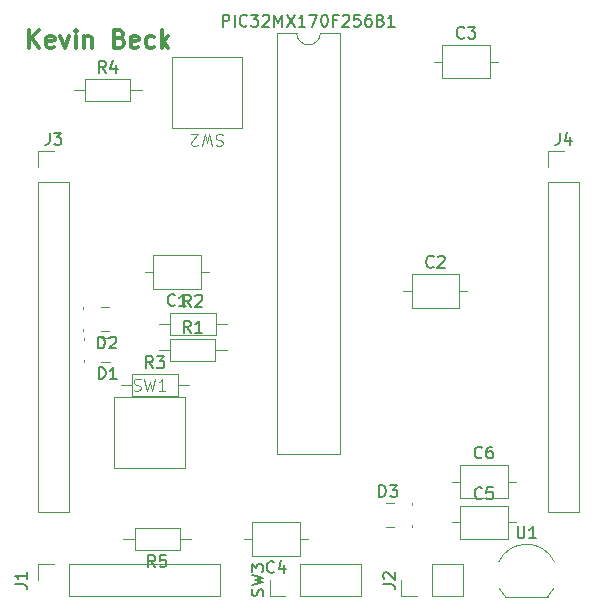
<source format=gbr>
%TF.GenerationSoftware,KiCad,Pcbnew,7.0.1*%
%TF.CreationDate,2023-04-20T16:33:22-05:00*%
%TF.ProjectId,pic32mx,70696333-326d-4782-9e6b-696361645f70,rev?*%
%TF.SameCoordinates,Original*%
%TF.FileFunction,Legend,Top*%
%TF.FilePolarity,Positive*%
%FSLAX46Y46*%
G04 Gerber Fmt 4.6, Leading zero omitted, Abs format (unit mm)*
G04 Created by KiCad (PCBNEW 7.0.1) date 2023-04-20 16:33:22*
%MOMM*%
%LPD*%
G01*
G04 APERTURE LIST*
%ADD10C,0.300000*%
%ADD11C,0.150000*%
%ADD12C,0.100000*%
%ADD13C,0.120000*%
G04 APERTURE END LIST*
D10*
X101357142Y-52416428D02*
X101357142Y-50916428D01*
X102214285Y-52416428D02*
X101571428Y-51559285D01*
X102214285Y-50916428D02*
X101357142Y-51773571D01*
X103428571Y-52345000D02*
X103285714Y-52416428D01*
X103285714Y-52416428D02*
X103000000Y-52416428D01*
X103000000Y-52416428D02*
X102857142Y-52345000D01*
X102857142Y-52345000D02*
X102785714Y-52202142D01*
X102785714Y-52202142D02*
X102785714Y-51630714D01*
X102785714Y-51630714D02*
X102857142Y-51487857D01*
X102857142Y-51487857D02*
X103000000Y-51416428D01*
X103000000Y-51416428D02*
X103285714Y-51416428D01*
X103285714Y-51416428D02*
X103428571Y-51487857D01*
X103428571Y-51487857D02*
X103500000Y-51630714D01*
X103500000Y-51630714D02*
X103500000Y-51773571D01*
X103500000Y-51773571D02*
X102785714Y-51916428D01*
X103999999Y-51416428D02*
X104357142Y-52416428D01*
X104357142Y-52416428D02*
X104714285Y-51416428D01*
X105285713Y-52416428D02*
X105285713Y-51416428D01*
X105285713Y-50916428D02*
X105214285Y-50987857D01*
X105214285Y-50987857D02*
X105285713Y-51059285D01*
X105285713Y-51059285D02*
X105357142Y-50987857D01*
X105357142Y-50987857D02*
X105285713Y-50916428D01*
X105285713Y-50916428D02*
X105285713Y-51059285D01*
X105999999Y-51416428D02*
X105999999Y-52416428D01*
X105999999Y-51559285D02*
X106071428Y-51487857D01*
X106071428Y-51487857D02*
X106214285Y-51416428D01*
X106214285Y-51416428D02*
X106428571Y-51416428D01*
X106428571Y-51416428D02*
X106571428Y-51487857D01*
X106571428Y-51487857D02*
X106642857Y-51630714D01*
X106642857Y-51630714D02*
X106642857Y-52416428D01*
X108999999Y-51630714D02*
X109214285Y-51702142D01*
X109214285Y-51702142D02*
X109285714Y-51773571D01*
X109285714Y-51773571D02*
X109357142Y-51916428D01*
X109357142Y-51916428D02*
X109357142Y-52130714D01*
X109357142Y-52130714D02*
X109285714Y-52273571D01*
X109285714Y-52273571D02*
X109214285Y-52345000D01*
X109214285Y-52345000D02*
X109071428Y-52416428D01*
X109071428Y-52416428D02*
X108499999Y-52416428D01*
X108499999Y-52416428D02*
X108499999Y-50916428D01*
X108499999Y-50916428D02*
X108999999Y-50916428D01*
X108999999Y-50916428D02*
X109142857Y-50987857D01*
X109142857Y-50987857D02*
X109214285Y-51059285D01*
X109214285Y-51059285D02*
X109285714Y-51202142D01*
X109285714Y-51202142D02*
X109285714Y-51345000D01*
X109285714Y-51345000D02*
X109214285Y-51487857D01*
X109214285Y-51487857D02*
X109142857Y-51559285D01*
X109142857Y-51559285D02*
X108999999Y-51630714D01*
X108999999Y-51630714D02*
X108499999Y-51630714D01*
X110571428Y-52345000D02*
X110428571Y-52416428D01*
X110428571Y-52416428D02*
X110142857Y-52416428D01*
X110142857Y-52416428D02*
X109999999Y-52345000D01*
X109999999Y-52345000D02*
X109928571Y-52202142D01*
X109928571Y-52202142D02*
X109928571Y-51630714D01*
X109928571Y-51630714D02*
X109999999Y-51487857D01*
X109999999Y-51487857D02*
X110142857Y-51416428D01*
X110142857Y-51416428D02*
X110428571Y-51416428D01*
X110428571Y-51416428D02*
X110571428Y-51487857D01*
X110571428Y-51487857D02*
X110642857Y-51630714D01*
X110642857Y-51630714D02*
X110642857Y-51773571D01*
X110642857Y-51773571D02*
X109928571Y-51916428D01*
X111928571Y-52345000D02*
X111785713Y-52416428D01*
X111785713Y-52416428D02*
X111499999Y-52416428D01*
X111499999Y-52416428D02*
X111357142Y-52345000D01*
X111357142Y-52345000D02*
X111285713Y-52273571D01*
X111285713Y-52273571D02*
X111214285Y-52130714D01*
X111214285Y-52130714D02*
X111214285Y-51702142D01*
X111214285Y-51702142D02*
X111285713Y-51559285D01*
X111285713Y-51559285D02*
X111357142Y-51487857D01*
X111357142Y-51487857D02*
X111499999Y-51416428D01*
X111499999Y-51416428D02*
X111785713Y-51416428D01*
X111785713Y-51416428D02*
X111928571Y-51487857D01*
X112571427Y-52416428D02*
X112571427Y-50916428D01*
X112714285Y-51845000D02*
X113142856Y-52416428D01*
X113142856Y-51416428D02*
X112571427Y-51987857D01*
D11*
%TO.C,J4*%
X146256666Y-59632619D02*
X146256666Y-60346904D01*
X146256666Y-60346904D02*
X146209047Y-60489761D01*
X146209047Y-60489761D02*
X146113809Y-60585000D01*
X146113809Y-60585000D02*
X145970952Y-60632619D01*
X145970952Y-60632619D02*
X145875714Y-60632619D01*
X147161428Y-59965952D02*
X147161428Y-60632619D01*
X146923333Y-59585000D02*
X146685238Y-60299285D01*
X146685238Y-60299285D02*
X147304285Y-60299285D01*
%TO.C,R2*%
X115043333Y-74342619D02*
X114710000Y-73866428D01*
X114471905Y-74342619D02*
X114471905Y-73342619D01*
X114471905Y-73342619D02*
X114852857Y-73342619D01*
X114852857Y-73342619D02*
X114948095Y-73390238D01*
X114948095Y-73390238D02*
X114995714Y-73437857D01*
X114995714Y-73437857D02*
X115043333Y-73533095D01*
X115043333Y-73533095D02*
X115043333Y-73675952D01*
X115043333Y-73675952D02*
X114995714Y-73771190D01*
X114995714Y-73771190D02*
X114948095Y-73818809D01*
X114948095Y-73818809D02*
X114852857Y-73866428D01*
X114852857Y-73866428D02*
X114471905Y-73866428D01*
X115424286Y-73437857D02*
X115471905Y-73390238D01*
X115471905Y-73390238D02*
X115567143Y-73342619D01*
X115567143Y-73342619D02*
X115805238Y-73342619D01*
X115805238Y-73342619D02*
X115900476Y-73390238D01*
X115900476Y-73390238D02*
X115948095Y-73437857D01*
X115948095Y-73437857D02*
X115995714Y-73533095D01*
X115995714Y-73533095D02*
X115995714Y-73628333D01*
X115995714Y-73628333D02*
X115948095Y-73771190D01*
X115948095Y-73771190D02*
X115376667Y-74342619D01*
X115376667Y-74342619D02*
X115995714Y-74342619D01*
%TO.C,R1*%
X115023333Y-76542619D02*
X114690000Y-76066428D01*
X114451905Y-76542619D02*
X114451905Y-75542619D01*
X114451905Y-75542619D02*
X114832857Y-75542619D01*
X114832857Y-75542619D02*
X114928095Y-75590238D01*
X114928095Y-75590238D02*
X114975714Y-75637857D01*
X114975714Y-75637857D02*
X115023333Y-75733095D01*
X115023333Y-75733095D02*
X115023333Y-75875952D01*
X115023333Y-75875952D02*
X114975714Y-75971190D01*
X114975714Y-75971190D02*
X114928095Y-76018809D01*
X114928095Y-76018809D02*
X114832857Y-76066428D01*
X114832857Y-76066428D02*
X114451905Y-76066428D01*
X115975714Y-76542619D02*
X115404286Y-76542619D01*
X115690000Y-76542619D02*
X115690000Y-75542619D01*
X115690000Y-75542619D02*
X115594762Y-75685476D01*
X115594762Y-75685476D02*
X115499524Y-75780714D01*
X115499524Y-75780714D02*
X115404286Y-75828333D01*
D12*
%TO.C,SW1*%
X110206667Y-81415000D02*
X110349524Y-81462619D01*
X110349524Y-81462619D02*
X110587619Y-81462619D01*
X110587619Y-81462619D02*
X110682857Y-81415000D01*
X110682857Y-81415000D02*
X110730476Y-81367380D01*
X110730476Y-81367380D02*
X110778095Y-81272142D01*
X110778095Y-81272142D02*
X110778095Y-81176904D01*
X110778095Y-81176904D02*
X110730476Y-81081666D01*
X110730476Y-81081666D02*
X110682857Y-81034047D01*
X110682857Y-81034047D02*
X110587619Y-80986428D01*
X110587619Y-80986428D02*
X110397143Y-80938809D01*
X110397143Y-80938809D02*
X110301905Y-80891190D01*
X110301905Y-80891190D02*
X110254286Y-80843571D01*
X110254286Y-80843571D02*
X110206667Y-80748333D01*
X110206667Y-80748333D02*
X110206667Y-80653095D01*
X110206667Y-80653095D02*
X110254286Y-80557857D01*
X110254286Y-80557857D02*
X110301905Y-80510238D01*
X110301905Y-80510238D02*
X110397143Y-80462619D01*
X110397143Y-80462619D02*
X110635238Y-80462619D01*
X110635238Y-80462619D02*
X110778095Y-80510238D01*
X111111429Y-80462619D02*
X111349524Y-81462619D01*
X111349524Y-81462619D02*
X111540000Y-80748333D01*
X111540000Y-80748333D02*
X111730476Y-81462619D01*
X111730476Y-81462619D02*
X111968572Y-80462619D01*
X112873333Y-81462619D02*
X112301905Y-81462619D01*
X112587619Y-81462619D02*
X112587619Y-80462619D01*
X112587619Y-80462619D02*
X112492381Y-80605476D01*
X112492381Y-80605476D02*
X112397143Y-80700714D01*
X112397143Y-80700714D02*
X112301905Y-80748333D01*
D11*
%TO.C,R3*%
X111833333Y-79542619D02*
X111500000Y-79066428D01*
X111261905Y-79542619D02*
X111261905Y-78542619D01*
X111261905Y-78542619D02*
X111642857Y-78542619D01*
X111642857Y-78542619D02*
X111738095Y-78590238D01*
X111738095Y-78590238D02*
X111785714Y-78637857D01*
X111785714Y-78637857D02*
X111833333Y-78733095D01*
X111833333Y-78733095D02*
X111833333Y-78875952D01*
X111833333Y-78875952D02*
X111785714Y-78971190D01*
X111785714Y-78971190D02*
X111738095Y-79018809D01*
X111738095Y-79018809D02*
X111642857Y-79066428D01*
X111642857Y-79066428D02*
X111261905Y-79066428D01*
X112166667Y-78542619D02*
X112785714Y-78542619D01*
X112785714Y-78542619D02*
X112452381Y-78923571D01*
X112452381Y-78923571D02*
X112595238Y-78923571D01*
X112595238Y-78923571D02*
X112690476Y-78971190D01*
X112690476Y-78971190D02*
X112738095Y-79018809D01*
X112738095Y-79018809D02*
X112785714Y-79114047D01*
X112785714Y-79114047D02*
X112785714Y-79352142D01*
X112785714Y-79352142D02*
X112738095Y-79447380D01*
X112738095Y-79447380D02*
X112690476Y-79495000D01*
X112690476Y-79495000D02*
X112595238Y-79542619D01*
X112595238Y-79542619D02*
X112309524Y-79542619D01*
X112309524Y-79542619D02*
X112214286Y-79495000D01*
X112214286Y-79495000D02*
X112166667Y-79447380D01*
%TO.C,J1*%
X100152619Y-97833333D02*
X100866904Y-97833333D01*
X100866904Y-97833333D02*
X101009761Y-97880952D01*
X101009761Y-97880952D02*
X101105000Y-97976190D01*
X101105000Y-97976190D02*
X101152619Y-98119047D01*
X101152619Y-98119047D02*
X101152619Y-98214285D01*
X101152619Y-96833333D02*
X101152619Y-97404761D01*
X101152619Y-97119047D02*
X100152619Y-97119047D01*
X100152619Y-97119047D02*
X100295476Y-97214285D01*
X100295476Y-97214285D02*
X100390714Y-97309523D01*
X100390714Y-97309523D02*
X100438333Y-97404761D01*
D12*
%TO.C,SW2*%
X117733332Y-59785000D02*
X117590475Y-59737380D01*
X117590475Y-59737380D02*
X117352380Y-59737380D01*
X117352380Y-59737380D02*
X117257142Y-59785000D01*
X117257142Y-59785000D02*
X117209523Y-59832619D01*
X117209523Y-59832619D02*
X117161904Y-59927857D01*
X117161904Y-59927857D02*
X117161904Y-60023095D01*
X117161904Y-60023095D02*
X117209523Y-60118333D01*
X117209523Y-60118333D02*
X117257142Y-60165952D01*
X117257142Y-60165952D02*
X117352380Y-60213571D01*
X117352380Y-60213571D02*
X117542856Y-60261190D01*
X117542856Y-60261190D02*
X117638094Y-60308809D01*
X117638094Y-60308809D02*
X117685713Y-60356428D01*
X117685713Y-60356428D02*
X117733332Y-60451666D01*
X117733332Y-60451666D02*
X117733332Y-60546904D01*
X117733332Y-60546904D02*
X117685713Y-60642142D01*
X117685713Y-60642142D02*
X117638094Y-60689761D01*
X117638094Y-60689761D02*
X117542856Y-60737380D01*
X117542856Y-60737380D02*
X117304761Y-60737380D01*
X117304761Y-60737380D02*
X117161904Y-60689761D01*
X116828570Y-60737380D02*
X116590475Y-59737380D01*
X116590475Y-59737380D02*
X116399999Y-60451666D01*
X116399999Y-60451666D02*
X116209523Y-59737380D01*
X116209523Y-59737380D02*
X115971428Y-60737380D01*
X115638094Y-60642142D02*
X115590475Y-60689761D01*
X115590475Y-60689761D02*
X115495237Y-60737380D01*
X115495237Y-60737380D02*
X115257142Y-60737380D01*
X115257142Y-60737380D02*
X115161904Y-60689761D01*
X115161904Y-60689761D02*
X115114285Y-60642142D01*
X115114285Y-60642142D02*
X115066666Y-60546904D01*
X115066666Y-60546904D02*
X115066666Y-60451666D01*
X115066666Y-60451666D02*
X115114285Y-60308809D01*
X115114285Y-60308809D02*
X115685713Y-59737380D01*
X115685713Y-59737380D02*
X115066666Y-59737380D01*
D11*
%TO.C,C4*%
X122083333Y-96787380D02*
X122035714Y-96835000D01*
X122035714Y-96835000D02*
X121892857Y-96882619D01*
X121892857Y-96882619D02*
X121797619Y-96882619D01*
X121797619Y-96882619D02*
X121654762Y-96835000D01*
X121654762Y-96835000D02*
X121559524Y-96739761D01*
X121559524Y-96739761D02*
X121511905Y-96644523D01*
X121511905Y-96644523D02*
X121464286Y-96454047D01*
X121464286Y-96454047D02*
X121464286Y-96311190D01*
X121464286Y-96311190D02*
X121511905Y-96120714D01*
X121511905Y-96120714D02*
X121559524Y-96025476D01*
X121559524Y-96025476D02*
X121654762Y-95930238D01*
X121654762Y-95930238D02*
X121797619Y-95882619D01*
X121797619Y-95882619D02*
X121892857Y-95882619D01*
X121892857Y-95882619D02*
X122035714Y-95930238D01*
X122035714Y-95930238D02*
X122083333Y-95977857D01*
X122940476Y-96215952D02*
X122940476Y-96882619D01*
X122702381Y-95835000D02*
X122464286Y-96549285D01*
X122464286Y-96549285D02*
X123083333Y-96549285D01*
%TO.C,J2*%
X131307619Y-97833333D02*
X132021904Y-97833333D01*
X132021904Y-97833333D02*
X132164761Y-97880952D01*
X132164761Y-97880952D02*
X132260000Y-97976190D01*
X132260000Y-97976190D02*
X132307619Y-98119047D01*
X132307619Y-98119047D02*
X132307619Y-98214285D01*
X131402857Y-97404761D02*
X131355238Y-97357142D01*
X131355238Y-97357142D02*
X131307619Y-97261904D01*
X131307619Y-97261904D02*
X131307619Y-97023809D01*
X131307619Y-97023809D02*
X131355238Y-96928571D01*
X131355238Y-96928571D02*
X131402857Y-96880952D01*
X131402857Y-96880952D02*
X131498095Y-96833333D01*
X131498095Y-96833333D02*
X131593333Y-96833333D01*
X131593333Y-96833333D02*
X131736190Y-96880952D01*
X131736190Y-96880952D02*
X132307619Y-97452380D01*
X132307619Y-97452380D02*
X132307619Y-96833333D01*
%TO.C,D3*%
X130991905Y-90452619D02*
X130991905Y-89452619D01*
X130991905Y-89452619D02*
X131230000Y-89452619D01*
X131230000Y-89452619D02*
X131372857Y-89500238D01*
X131372857Y-89500238D02*
X131468095Y-89595476D01*
X131468095Y-89595476D02*
X131515714Y-89690714D01*
X131515714Y-89690714D02*
X131563333Y-89881190D01*
X131563333Y-89881190D02*
X131563333Y-90024047D01*
X131563333Y-90024047D02*
X131515714Y-90214523D01*
X131515714Y-90214523D02*
X131468095Y-90309761D01*
X131468095Y-90309761D02*
X131372857Y-90405000D01*
X131372857Y-90405000D02*
X131230000Y-90452619D01*
X131230000Y-90452619D02*
X130991905Y-90452619D01*
X131896667Y-89452619D02*
X132515714Y-89452619D01*
X132515714Y-89452619D02*
X132182381Y-89833571D01*
X132182381Y-89833571D02*
X132325238Y-89833571D01*
X132325238Y-89833571D02*
X132420476Y-89881190D01*
X132420476Y-89881190D02*
X132468095Y-89928809D01*
X132468095Y-89928809D02*
X132515714Y-90024047D01*
X132515714Y-90024047D02*
X132515714Y-90262142D01*
X132515714Y-90262142D02*
X132468095Y-90357380D01*
X132468095Y-90357380D02*
X132420476Y-90405000D01*
X132420476Y-90405000D02*
X132325238Y-90452619D01*
X132325238Y-90452619D02*
X132039524Y-90452619D01*
X132039524Y-90452619D02*
X131944286Y-90405000D01*
X131944286Y-90405000D02*
X131896667Y-90357380D01*
%TO.C,C3*%
X138183333Y-51547380D02*
X138135714Y-51595000D01*
X138135714Y-51595000D02*
X137992857Y-51642619D01*
X137992857Y-51642619D02*
X137897619Y-51642619D01*
X137897619Y-51642619D02*
X137754762Y-51595000D01*
X137754762Y-51595000D02*
X137659524Y-51499761D01*
X137659524Y-51499761D02*
X137611905Y-51404523D01*
X137611905Y-51404523D02*
X137564286Y-51214047D01*
X137564286Y-51214047D02*
X137564286Y-51071190D01*
X137564286Y-51071190D02*
X137611905Y-50880714D01*
X137611905Y-50880714D02*
X137659524Y-50785476D01*
X137659524Y-50785476D02*
X137754762Y-50690238D01*
X137754762Y-50690238D02*
X137897619Y-50642619D01*
X137897619Y-50642619D02*
X137992857Y-50642619D01*
X137992857Y-50642619D02*
X138135714Y-50690238D01*
X138135714Y-50690238D02*
X138183333Y-50737857D01*
X138516667Y-50642619D02*
X139135714Y-50642619D01*
X139135714Y-50642619D02*
X138802381Y-51023571D01*
X138802381Y-51023571D02*
X138945238Y-51023571D01*
X138945238Y-51023571D02*
X139040476Y-51071190D01*
X139040476Y-51071190D02*
X139088095Y-51118809D01*
X139088095Y-51118809D02*
X139135714Y-51214047D01*
X139135714Y-51214047D02*
X139135714Y-51452142D01*
X139135714Y-51452142D02*
X139088095Y-51547380D01*
X139088095Y-51547380D02*
X139040476Y-51595000D01*
X139040476Y-51595000D02*
X138945238Y-51642619D01*
X138945238Y-51642619D02*
X138659524Y-51642619D01*
X138659524Y-51642619D02*
X138564286Y-51595000D01*
X138564286Y-51595000D02*
X138516667Y-51547380D01*
%TO.C,C1*%
X113683333Y-74187380D02*
X113635714Y-74235000D01*
X113635714Y-74235000D02*
X113492857Y-74282619D01*
X113492857Y-74282619D02*
X113397619Y-74282619D01*
X113397619Y-74282619D02*
X113254762Y-74235000D01*
X113254762Y-74235000D02*
X113159524Y-74139761D01*
X113159524Y-74139761D02*
X113111905Y-74044523D01*
X113111905Y-74044523D02*
X113064286Y-73854047D01*
X113064286Y-73854047D02*
X113064286Y-73711190D01*
X113064286Y-73711190D02*
X113111905Y-73520714D01*
X113111905Y-73520714D02*
X113159524Y-73425476D01*
X113159524Y-73425476D02*
X113254762Y-73330238D01*
X113254762Y-73330238D02*
X113397619Y-73282619D01*
X113397619Y-73282619D02*
X113492857Y-73282619D01*
X113492857Y-73282619D02*
X113635714Y-73330238D01*
X113635714Y-73330238D02*
X113683333Y-73377857D01*
X114635714Y-74282619D02*
X114064286Y-74282619D01*
X114350000Y-74282619D02*
X114350000Y-73282619D01*
X114350000Y-73282619D02*
X114254762Y-73425476D01*
X114254762Y-73425476D02*
X114159524Y-73520714D01*
X114159524Y-73520714D02*
X114064286Y-73568333D01*
%TO.C,SW3*%
X121135000Y-98833332D02*
X121182619Y-98690475D01*
X121182619Y-98690475D02*
X121182619Y-98452380D01*
X121182619Y-98452380D02*
X121135000Y-98357142D01*
X121135000Y-98357142D02*
X121087380Y-98309523D01*
X121087380Y-98309523D02*
X120992142Y-98261904D01*
X120992142Y-98261904D02*
X120896904Y-98261904D01*
X120896904Y-98261904D02*
X120801666Y-98309523D01*
X120801666Y-98309523D02*
X120754047Y-98357142D01*
X120754047Y-98357142D02*
X120706428Y-98452380D01*
X120706428Y-98452380D02*
X120658809Y-98642856D01*
X120658809Y-98642856D02*
X120611190Y-98738094D01*
X120611190Y-98738094D02*
X120563571Y-98785713D01*
X120563571Y-98785713D02*
X120468333Y-98833332D01*
X120468333Y-98833332D02*
X120373095Y-98833332D01*
X120373095Y-98833332D02*
X120277857Y-98785713D01*
X120277857Y-98785713D02*
X120230238Y-98738094D01*
X120230238Y-98738094D02*
X120182619Y-98642856D01*
X120182619Y-98642856D02*
X120182619Y-98404761D01*
X120182619Y-98404761D02*
X120230238Y-98261904D01*
X120182619Y-97928570D02*
X121182619Y-97690475D01*
X121182619Y-97690475D02*
X120468333Y-97499999D01*
X120468333Y-97499999D02*
X121182619Y-97309523D01*
X121182619Y-97309523D02*
X120182619Y-97071428D01*
X120182619Y-96785713D02*
X120182619Y-96166666D01*
X120182619Y-96166666D02*
X120563571Y-96499999D01*
X120563571Y-96499999D02*
X120563571Y-96357142D01*
X120563571Y-96357142D02*
X120611190Y-96261904D01*
X120611190Y-96261904D02*
X120658809Y-96214285D01*
X120658809Y-96214285D02*
X120754047Y-96166666D01*
X120754047Y-96166666D02*
X120992142Y-96166666D01*
X120992142Y-96166666D02*
X121087380Y-96214285D01*
X121087380Y-96214285D02*
X121135000Y-96261904D01*
X121135000Y-96261904D02*
X121182619Y-96357142D01*
X121182619Y-96357142D02*
X121182619Y-96642856D01*
X121182619Y-96642856D02*
X121135000Y-96738094D01*
X121135000Y-96738094D02*
X121087380Y-96785713D01*
%TO.C,D1*%
X107241905Y-80472619D02*
X107241905Y-79472619D01*
X107241905Y-79472619D02*
X107480000Y-79472619D01*
X107480000Y-79472619D02*
X107622857Y-79520238D01*
X107622857Y-79520238D02*
X107718095Y-79615476D01*
X107718095Y-79615476D02*
X107765714Y-79710714D01*
X107765714Y-79710714D02*
X107813333Y-79901190D01*
X107813333Y-79901190D02*
X107813333Y-80044047D01*
X107813333Y-80044047D02*
X107765714Y-80234523D01*
X107765714Y-80234523D02*
X107718095Y-80329761D01*
X107718095Y-80329761D02*
X107622857Y-80425000D01*
X107622857Y-80425000D02*
X107480000Y-80472619D01*
X107480000Y-80472619D02*
X107241905Y-80472619D01*
X108765714Y-80472619D02*
X108194286Y-80472619D01*
X108480000Y-80472619D02*
X108480000Y-79472619D01*
X108480000Y-79472619D02*
X108384762Y-79615476D01*
X108384762Y-79615476D02*
X108289524Y-79710714D01*
X108289524Y-79710714D02*
X108194286Y-79758333D01*
%TO.C,J3*%
X103076666Y-59632619D02*
X103076666Y-60346904D01*
X103076666Y-60346904D02*
X103029047Y-60489761D01*
X103029047Y-60489761D02*
X102933809Y-60585000D01*
X102933809Y-60585000D02*
X102790952Y-60632619D01*
X102790952Y-60632619D02*
X102695714Y-60632619D01*
X103457619Y-59632619D02*
X104076666Y-59632619D01*
X104076666Y-59632619D02*
X103743333Y-60013571D01*
X103743333Y-60013571D02*
X103886190Y-60013571D01*
X103886190Y-60013571D02*
X103981428Y-60061190D01*
X103981428Y-60061190D02*
X104029047Y-60108809D01*
X104029047Y-60108809D02*
X104076666Y-60204047D01*
X104076666Y-60204047D02*
X104076666Y-60442142D01*
X104076666Y-60442142D02*
X104029047Y-60537380D01*
X104029047Y-60537380D02*
X103981428Y-60585000D01*
X103981428Y-60585000D02*
X103886190Y-60632619D01*
X103886190Y-60632619D02*
X103600476Y-60632619D01*
X103600476Y-60632619D02*
X103505238Y-60585000D01*
X103505238Y-60585000D02*
X103457619Y-60537380D01*
%TO.C,C6*%
X139683333Y-87097380D02*
X139635714Y-87145000D01*
X139635714Y-87145000D02*
X139492857Y-87192619D01*
X139492857Y-87192619D02*
X139397619Y-87192619D01*
X139397619Y-87192619D02*
X139254762Y-87145000D01*
X139254762Y-87145000D02*
X139159524Y-87049761D01*
X139159524Y-87049761D02*
X139111905Y-86954523D01*
X139111905Y-86954523D02*
X139064286Y-86764047D01*
X139064286Y-86764047D02*
X139064286Y-86621190D01*
X139064286Y-86621190D02*
X139111905Y-86430714D01*
X139111905Y-86430714D02*
X139159524Y-86335476D01*
X139159524Y-86335476D02*
X139254762Y-86240238D01*
X139254762Y-86240238D02*
X139397619Y-86192619D01*
X139397619Y-86192619D02*
X139492857Y-86192619D01*
X139492857Y-86192619D02*
X139635714Y-86240238D01*
X139635714Y-86240238D02*
X139683333Y-86287857D01*
X140540476Y-86192619D02*
X140350000Y-86192619D01*
X140350000Y-86192619D02*
X140254762Y-86240238D01*
X140254762Y-86240238D02*
X140207143Y-86287857D01*
X140207143Y-86287857D02*
X140111905Y-86430714D01*
X140111905Y-86430714D02*
X140064286Y-86621190D01*
X140064286Y-86621190D02*
X140064286Y-87002142D01*
X140064286Y-87002142D02*
X140111905Y-87097380D01*
X140111905Y-87097380D02*
X140159524Y-87145000D01*
X140159524Y-87145000D02*
X140254762Y-87192619D01*
X140254762Y-87192619D02*
X140445238Y-87192619D01*
X140445238Y-87192619D02*
X140540476Y-87145000D01*
X140540476Y-87145000D02*
X140588095Y-87097380D01*
X140588095Y-87097380D02*
X140635714Y-87002142D01*
X140635714Y-87002142D02*
X140635714Y-86764047D01*
X140635714Y-86764047D02*
X140588095Y-86668809D01*
X140588095Y-86668809D02*
X140540476Y-86621190D01*
X140540476Y-86621190D02*
X140445238Y-86573571D01*
X140445238Y-86573571D02*
X140254762Y-86573571D01*
X140254762Y-86573571D02*
X140159524Y-86621190D01*
X140159524Y-86621190D02*
X140111905Y-86668809D01*
X140111905Y-86668809D02*
X140064286Y-86764047D01*
%TO.C,C5*%
X139683333Y-90547380D02*
X139635714Y-90595000D01*
X139635714Y-90595000D02*
X139492857Y-90642619D01*
X139492857Y-90642619D02*
X139397619Y-90642619D01*
X139397619Y-90642619D02*
X139254762Y-90595000D01*
X139254762Y-90595000D02*
X139159524Y-90499761D01*
X139159524Y-90499761D02*
X139111905Y-90404523D01*
X139111905Y-90404523D02*
X139064286Y-90214047D01*
X139064286Y-90214047D02*
X139064286Y-90071190D01*
X139064286Y-90071190D02*
X139111905Y-89880714D01*
X139111905Y-89880714D02*
X139159524Y-89785476D01*
X139159524Y-89785476D02*
X139254762Y-89690238D01*
X139254762Y-89690238D02*
X139397619Y-89642619D01*
X139397619Y-89642619D02*
X139492857Y-89642619D01*
X139492857Y-89642619D02*
X139635714Y-89690238D01*
X139635714Y-89690238D02*
X139683333Y-89737857D01*
X140588095Y-89642619D02*
X140111905Y-89642619D01*
X140111905Y-89642619D02*
X140064286Y-90118809D01*
X140064286Y-90118809D02*
X140111905Y-90071190D01*
X140111905Y-90071190D02*
X140207143Y-90023571D01*
X140207143Y-90023571D02*
X140445238Y-90023571D01*
X140445238Y-90023571D02*
X140540476Y-90071190D01*
X140540476Y-90071190D02*
X140588095Y-90118809D01*
X140588095Y-90118809D02*
X140635714Y-90214047D01*
X140635714Y-90214047D02*
X140635714Y-90452142D01*
X140635714Y-90452142D02*
X140588095Y-90547380D01*
X140588095Y-90547380D02*
X140540476Y-90595000D01*
X140540476Y-90595000D02*
X140445238Y-90642619D01*
X140445238Y-90642619D02*
X140207143Y-90642619D01*
X140207143Y-90642619D02*
X140111905Y-90595000D01*
X140111905Y-90595000D02*
X140064286Y-90547380D01*
%TO.C,R5*%
X112023333Y-96382619D02*
X111690000Y-95906428D01*
X111451905Y-96382619D02*
X111451905Y-95382619D01*
X111451905Y-95382619D02*
X111832857Y-95382619D01*
X111832857Y-95382619D02*
X111928095Y-95430238D01*
X111928095Y-95430238D02*
X111975714Y-95477857D01*
X111975714Y-95477857D02*
X112023333Y-95573095D01*
X112023333Y-95573095D02*
X112023333Y-95715952D01*
X112023333Y-95715952D02*
X111975714Y-95811190D01*
X111975714Y-95811190D02*
X111928095Y-95858809D01*
X111928095Y-95858809D02*
X111832857Y-95906428D01*
X111832857Y-95906428D02*
X111451905Y-95906428D01*
X112928095Y-95382619D02*
X112451905Y-95382619D01*
X112451905Y-95382619D02*
X112404286Y-95858809D01*
X112404286Y-95858809D02*
X112451905Y-95811190D01*
X112451905Y-95811190D02*
X112547143Y-95763571D01*
X112547143Y-95763571D02*
X112785238Y-95763571D01*
X112785238Y-95763571D02*
X112880476Y-95811190D01*
X112880476Y-95811190D02*
X112928095Y-95858809D01*
X112928095Y-95858809D02*
X112975714Y-95954047D01*
X112975714Y-95954047D02*
X112975714Y-96192142D01*
X112975714Y-96192142D02*
X112928095Y-96287380D01*
X112928095Y-96287380D02*
X112880476Y-96335000D01*
X112880476Y-96335000D02*
X112785238Y-96382619D01*
X112785238Y-96382619D02*
X112547143Y-96382619D01*
X112547143Y-96382619D02*
X112451905Y-96335000D01*
X112451905Y-96335000D02*
X112404286Y-96287380D01*
%TO.C,D2*%
X107191905Y-77872619D02*
X107191905Y-76872619D01*
X107191905Y-76872619D02*
X107430000Y-76872619D01*
X107430000Y-76872619D02*
X107572857Y-76920238D01*
X107572857Y-76920238D02*
X107668095Y-77015476D01*
X107668095Y-77015476D02*
X107715714Y-77110714D01*
X107715714Y-77110714D02*
X107763333Y-77301190D01*
X107763333Y-77301190D02*
X107763333Y-77444047D01*
X107763333Y-77444047D02*
X107715714Y-77634523D01*
X107715714Y-77634523D02*
X107668095Y-77729761D01*
X107668095Y-77729761D02*
X107572857Y-77825000D01*
X107572857Y-77825000D02*
X107430000Y-77872619D01*
X107430000Y-77872619D02*
X107191905Y-77872619D01*
X108144286Y-76967857D02*
X108191905Y-76920238D01*
X108191905Y-76920238D02*
X108287143Y-76872619D01*
X108287143Y-76872619D02*
X108525238Y-76872619D01*
X108525238Y-76872619D02*
X108620476Y-76920238D01*
X108620476Y-76920238D02*
X108668095Y-76967857D01*
X108668095Y-76967857D02*
X108715714Y-77063095D01*
X108715714Y-77063095D02*
X108715714Y-77158333D01*
X108715714Y-77158333D02*
X108668095Y-77301190D01*
X108668095Y-77301190D02*
X108096667Y-77872619D01*
X108096667Y-77872619D02*
X108715714Y-77872619D01*
%TO.C,PIC32MX170F256B1*%
X117738095Y-50632619D02*
X117738095Y-49632619D01*
X117738095Y-49632619D02*
X118119047Y-49632619D01*
X118119047Y-49632619D02*
X118214285Y-49680238D01*
X118214285Y-49680238D02*
X118261904Y-49727857D01*
X118261904Y-49727857D02*
X118309523Y-49823095D01*
X118309523Y-49823095D02*
X118309523Y-49965952D01*
X118309523Y-49965952D02*
X118261904Y-50061190D01*
X118261904Y-50061190D02*
X118214285Y-50108809D01*
X118214285Y-50108809D02*
X118119047Y-50156428D01*
X118119047Y-50156428D02*
X117738095Y-50156428D01*
X118738095Y-50632619D02*
X118738095Y-49632619D01*
X119785713Y-50537380D02*
X119738094Y-50585000D01*
X119738094Y-50585000D02*
X119595237Y-50632619D01*
X119595237Y-50632619D02*
X119499999Y-50632619D01*
X119499999Y-50632619D02*
X119357142Y-50585000D01*
X119357142Y-50585000D02*
X119261904Y-50489761D01*
X119261904Y-50489761D02*
X119214285Y-50394523D01*
X119214285Y-50394523D02*
X119166666Y-50204047D01*
X119166666Y-50204047D02*
X119166666Y-50061190D01*
X119166666Y-50061190D02*
X119214285Y-49870714D01*
X119214285Y-49870714D02*
X119261904Y-49775476D01*
X119261904Y-49775476D02*
X119357142Y-49680238D01*
X119357142Y-49680238D02*
X119499999Y-49632619D01*
X119499999Y-49632619D02*
X119595237Y-49632619D01*
X119595237Y-49632619D02*
X119738094Y-49680238D01*
X119738094Y-49680238D02*
X119785713Y-49727857D01*
X120119047Y-49632619D02*
X120738094Y-49632619D01*
X120738094Y-49632619D02*
X120404761Y-50013571D01*
X120404761Y-50013571D02*
X120547618Y-50013571D01*
X120547618Y-50013571D02*
X120642856Y-50061190D01*
X120642856Y-50061190D02*
X120690475Y-50108809D01*
X120690475Y-50108809D02*
X120738094Y-50204047D01*
X120738094Y-50204047D02*
X120738094Y-50442142D01*
X120738094Y-50442142D02*
X120690475Y-50537380D01*
X120690475Y-50537380D02*
X120642856Y-50585000D01*
X120642856Y-50585000D02*
X120547618Y-50632619D01*
X120547618Y-50632619D02*
X120261904Y-50632619D01*
X120261904Y-50632619D02*
X120166666Y-50585000D01*
X120166666Y-50585000D02*
X120119047Y-50537380D01*
X121119047Y-49727857D02*
X121166666Y-49680238D01*
X121166666Y-49680238D02*
X121261904Y-49632619D01*
X121261904Y-49632619D02*
X121499999Y-49632619D01*
X121499999Y-49632619D02*
X121595237Y-49680238D01*
X121595237Y-49680238D02*
X121642856Y-49727857D01*
X121642856Y-49727857D02*
X121690475Y-49823095D01*
X121690475Y-49823095D02*
X121690475Y-49918333D01*
X121690475Y-49918333D02*
X121642856Y-50061190D01*
X121642856Y-50061190D02*
X121071428Y-50632619D01*
X121071428Y-50632619D02*
X121690475Y-50632619D01*
X122119047Y-50632619D02*
X122119047Y-49632619D01*
X122119047Y-49632619D02*
X122452380Y-50346904D01*
X122452380Y-50346904D02*
X122785713Y-49632619D01*
X122785713Y-49632619D02*
X122785713Y-50632619D01*
X123166666Y-49632619D02*
X123833332Y-50632619D01*
X123833332Y-49632619D02*
X123166666Y-50632619D01*
X124738094Y-50632619D02*
X124166666Y-50632619D01*
X124452380Y-50632619D02*
X124452380Y-49632619D01*
X124452380Y-49632619D02*
X124357142Y-49775476D01*
X124357142Y-49775476D02*
X124261904Y-49870714D01*
X124261904Y-49870714D02*
X124166666Y-49918333D01*
X125071428Y-49632619D02*
X125738094Y-49632619D01*
X125738094Y-49632619D02*
X125309523Y-50632619D01*
X126309523Y-49632619D02*
X126404761Y-49632619D01*
X126404761Y-49632619D02*
X126499999Y-49680238D01*
X126499999Y-49680238D02*
X126547618Y-49727857D01*
X126547618Y-49727857D02*
X126595237Y-49823095D01*
X126595237Y-49823095D02*
X126642856Y-50013571D01*
X126642856Y-50013571D02*
X126642856Y-50251666D01*
X126642856Y-50251666D02*
X126595237Y-50442142D01*
X126595237Y-50442142D02*
X126547618Y-50537380D01*
X126547618Y-50537380D02*
X126499999Y-50585000D01*
X126499999Y-50585000D02*
X126404761Y-50632619D01*
X126404761Y-50632619D02*
X126309523Y-50632619D01*
X126309523Y-50632619D02*
X126214285Y-50585000D01*
X126214285Y-50585000D02*
X126166666Y-50537380D01*
X126166666Y-50537380D02*
X126119047Y-50442142D01*
X126119047Y-50442142D02*
X126071428Y-50251666D01*
X126071428Y-50251666D02*
X126071428Y-50013571D01*
X126071428Y-50013571D02*
X126119047Y-49823095D01*
X126119047Y-49823095D02*
X126166666Y-49727857D01*
X126166666Y-49727857D02*
X126214285Y-49680238D01*
X126214285Y-49680238D02*
X126309523Y-49632619D01*
X127404761Y-50108809D02*
X127071428Y-50108809D01*
X127071428Y-50632619D02*
X127071428Y-49632619D01*
X127071428Y-49632619D02*
X127547618Y-49632619D01*
X127880952Y-49727857D02*
X127928571Y-49680238D01*
X127928571Y-49680238D02*
X128023809Y-49632619D01*
X128023809Y-49632619D02*
X128261904Y-49632619D01*
X128261904Y-49632619D02*
X128357142Y-49680238D01*
X128357142Y-49680238D02*
X128404761Y-49727857D01*
X128404761Y-49727857D02*
X128452380Y-49823095D01*
X128452380Y-49823095D02*
X128452380Y-49918333D01*
X128452380Y-49918333D02*
X128404761Y-50061190D01*
X128404761Y-50061190D02*
X127833333Y-50632619D01*
X127833333Y-50632619D02*
X128452380Y-50632619D01*
X129357142Y-49632619D02*
X128880952Y-49632619D01*
X128880952Y-49632619D02*
X128833333Y-50108809D01*
X128833333Y-50108809D02*
X128880952Y-50061190D01*
X128880952Y-50061190D02*
X128976190Y-50013571D01*
X128976190Y-50013571D02*
X129214285Y-50013571D01*
X129214285Y-50013571D02*
X129309523Y-50061190D01*
X129309523Y-50061190D02*
X129357142Y-50108809D01*
X129357142Y-50108809D02*
X129404761Y-50204047D01*
X129404761Y-50204047D02*
X129404761Y-50442142D01*
X129404761Y-50442142D02*
X129357142Y-50537380D01*
X129357142Y-50537380D02*
X129309523Y-50585000D01*
X129309523Y-50585000D02*
X129214285Y-50632619D01*
X129214285Y-50632619D02*
X128976190Y-50632619D01*
X128976190Y-50632619D02*
X128880952Y-50585000D01*
X128880952Y-50585000D02*
X128833333Y-50537380D01*
X130261904Y-49632619D02*
X130071428Y-49632619D01*
X130071428Y-49632619D02*
X129976190Y-49680238D01*
X129976190Y-49680238D02*
X129928571Y-49727857D01*
X129928571Y-49727857D02*
X129833333Y-49870714D01*
X129833333Y-49870714D02*
X129785714Y-50061190D01*
X129785714Y-50061190D02*
X129785714Y-50442142D01*
X129785714Y-50442142D02*
X129833333Y-50537380D01*
X129833333Y-50537380D02*
X129880952Y-50585000D01*
X129880952Y-50585000D02*
X129976190Y-50632619D01*
X129976190Y-50632619D02*
X130166666Y-50632619D01*
X130166666Y-50632619D02*
X130261904Y-50585000D01*
X130261904Y-50585000D02*
X130309523Y-50537380D01*
X130309523Y-50537380D02*
X130357142Y-50442142D01*
X130357142Y-50442142D02*
X130357142Y-50204047D01*
X130357142Y-50204047D02*
X130309523Y-50108809D01*
X130309523Y-50108809D02*
X130261904Y-50061190D01*
X130261904Y-50061190D02*
X130166666Y-50013571D01*
X130166666Y-50013571D02*
X129976190Y-50013571D01*
X129976190Y-50013571D02*
X129880952Y-50061190D01*
X129880952Y-50061190D02*
X129833333Y-50108809D01*
X129833333Y-50108809D02*
X129785714Y-50204047D01*
X131119047Y-50108809D02*
X131261904Y-50156428D01*
X131261904Y-50156428D02*
X131309523Y-50204047D01*
X131309523Y-50204047D02*
X131357142Y-50299285D01*
X131357142Y-50299285D02*
X131357142Y-50442142D01*
X131357142Y-50442142D02*
X131309523Y-50537380D01*
X131309523Y-50537380D02*
X131261904Y-50585000D01*
X131261904Y-50585000D02*
X131166666Y-50632619D01*
X131166666Y-50632619D02*
X130785714Y-50632619D01*
X130785714Y-50632619D02*
X130785714Y-49632619D01*
X130785714Y-49632619D02*
X131119047Y-49632619D01*
X131119047Y-49632619D02*
X131214285Y-49680238D01*
X131214285Y-49680238D02*
X131261904Y-49727857D01*
X131261904Y-49727857D02*
X131309523Y-49823095D01*
X131309523Y-49823095D02*
X131309523Y-49918333D01*
X131309523Y-49918333D02*
X131261904Y-50013571D01*
X131261904Y-50013571D02*
X131214285Y-50061190D01*
X131214285Y-50061190D02*
X131119047Y-50108809D01*
X131119047Y-50108809D02*
X130785714Y-50108809D01*
X132309523Y-50632619D02*
X131738095Y-50632619D01*
X132023809Y-50632619D02*
X132023809Y-49632619D01*
X132023809Y-49632619D02*
X131928571Y-49775476D01*
X131928571Y-49775476D02*
X131833333Y-49870714D01*
X131833333Y-49870714D02*
X131738095Y-49918333D01*
%TO.C,R4*%
X107833333Y-54542619D02*
X107500000Y-54066428D01*
X107261905Y-54542619D02*
X107261905Y-53542619D01*
X107261905Y-53542619D02*
X107642857Y-53542619D01*
X107642857Y-53542619D02*
X107738095Y-53590238D01*
X107738095Y-53590238D02*
X107785714Y-53637857D01*
X107785714Y-53637857D02*
X107833333Y-53733095D01*
X107833333Y-53733095D02*
X107833333Y-53875952D01*
X107833333Y-53875952D02*
X107785714Y-53971190D01*
X107785714Y-53971190D02*
X107738095Y-54018809D01*
X107738095Y-54018809D02*
X107642857Y-54066428D01*
X107642857Y-54066428D02*
X107261905Y-54066428D01*
X108690476Y-53875952D02*
X108690476Y-54542619D01*
X108452381Y-53495000D02*
X108214286Y-54209285D01*
X108214286Y-54209285D02*
X108833333Y-54209285D01*
%TO.C,U1*%
X142698095Y-92952619D02*
X142698095Y-93762142D01*
X142698095Y-93762142D02*
X142745714Y-93857380D01*
X142745714Y-93857380D02*
X142793333Y-93905000D01*
X142793333Y-93905000D02*
X142888571Y-93952619D01*
X142888571Y-93952619D02*
X143079047Y-93952619D01*
X143079047Y-93952619D02*
X143174285Y-93905000D01*
X143174285Y-93905000D02*
X143221904Y-93857380D01*
X143221904Y-93857380D02*
X143269523Y-93762142D01*
X143269523Y-93762142D02*
X143269523Y-92952619D01*
X144269523Y-93952619D02*
X143698095Y-93952619D01*
X143983809Y-93952619D02*
X143983809Y-92952619D01*
X143983809Y-92952619D02*
X143888571Y-93095476D01*
X143888571Y-93095476D02*
X143793333Y-93190714D01*
X143793333Y-93190714D02*
X143698095Y-93238333D01*
%TO.C,C2*%
X135583333Y-70947380D02*
X135535714Y-70995000D01*
X135535714Y-70995000D02*
X135392857Y-71042619D01*
X135392857Y-71042619D02*
X135297619Y-71042619D01*
X135297619Y-71042619D02*
X135154762Y-70995000D01*
X135154762Y-70995000D02*
X135059524Y-70899761D01*
X135059524Y-70899761D02*
X135011905Y-70804523D01*
X135011905Y-70804523D02*
X134964286Y-70614047D01*
X134964286Y-70614047D02*
X134964286Y-70471190D01*
X134964286Y-70471190D02*
X135011905Y-70280714D01*
X135011905Y-70280714D02*
X135059524Y-70185476D01*
X135059524Y-70185476D02*
X135154762Y-70090238D01*
X135154762Y-70090238D02*
X135297619Y-70042619D01*
X135297619Y-70042619D02*
X135392857Y-70042619D01*
X135392857Y-70042619D02*
X135535714Y-70090238D01*
X135535714Y-70090238D02*
X135583333Y-70137857D01*
X135964286Y-70137857D02*
X136011905Y-70090238D01*
X136011905Y-70090238D02*
X136107143Y-70042619D01*
X136107143Y-70042619D02*
X136345238Y-70042619D01*
X136345238Y-70042619D02*
X136440476Y-70090238D01*
X136440476Y-70090238D02*
X136488095Y-70137857D01*
X136488095Y-70137857D02*
X136535714Y-70233095D01*
X136535714Y-70233095D02*
X136535714Y-70328333D01*
X136535714Y-70328333D02*
X136488095Y-70471190D01*
X136488095Y-70471190D02*
X135916667Y-71042619D01*
X135916667Y-71042619D02*
X136535714Y-71042619D01*
D13*
%TO.C,J4*%
X145260000Y-61170000D02*
X146590000Y-61170000D01*
X145260000Y-62500000D02*
X145260000Y-61170000D01*
X145260000Y-63770000D02*
X145260000Y-91770000D01*
X145260000Y-63770000D02*
X147920000Y-63770000D01*
X145260000Y-91770000D02*
X147920000Y-91770000D01*
X147920000Y-63770000D02*
X147920000Y-91770000D01*
%TO.C,R2*%
X112340000Y-75800000D02*
X113290000Y-75800000D01*
X113290000Y-74880000D02*
X113290000Y-76720000D01*
X113290000Y-76720000D02*
X117130000Y-76720000D01*
X117130000Y-74880000D02*
X113290000Y-74880000D01*
X117130000Y-76720000D02*
X117130000Y-74880000D01*
X118080000Y-75800000D02*
X117130000Y-75800000D01*
%TO.C,R1*%
X112320000Y-78000000D02*
X113270000Y-78000000D01*
X113270000Y-77080000D02*
X113270000Y-78920000D01*
X113270000Y-78920000D02*
X117110000Y-78920000D01*
X117110000Y-77080000D02*
X113270000Y-77080000D01*
X117110000Y-78920000D02*
X117110000Y-77080000D01*
X118060000Y-78000000D02*
X117110000Y-78000000D01*
D12*
%TO.C,SW1*%
X114540000Y-88000000D02*
X108540000Y-88000000D01*
X108540000Y-88000000D02*
X108540000Y-82000000D01*
X108540000Y-82000000D02*
X114540000Y-82000000D01*
X114540000Y-82000000D02*
X114540000Y-88000000D01*
D13*
%TO.C,R3*%
X109130000Y-81000000D02*
X110080000Y-81000000D01*
X110080000Y-80080000D02*
X110080000Y-81920000D01*
X110080000Y-81920000D02*
X113920000Y-81920000D01*
X113920000Y-80080000D02*
X110080000Y-80080000D01*
X113920000Y-81920000D02*
X113920000Y-80080000D01*
X114870000Y-81000000D02*
X113920000Y-81000000D01*
%TO.C,J1*%
X104730000Y-98830000D02*
X117490000Y-98830000D01*
X104730000Y-98830000D02*
X104730000Y-96170000D01*
X117490000Y-98830000D02*
X117490000Y-96170000D01*
X102130000Y-97500000D02*
X102130000Y-96170000D01*
X102130000Y-96170000D02*
X103460000Y-96170000D01*
X104730000Y-96170000D02*
X117490000Y-96170000D01*
D12*
%TO.C,SW2*%
X113400000Y-53200000D02*
X119400000Y-53200000D01*
X119400000Y-53200000D02*
X119400000Y-59200000D01*
X119400000Y-59200000D02*
X113400000Y-59200000D01*
X113400000Y-59200000D02*
X113400000Y-53200000D01*
D13*
%TO.C,C4*%
X124960000Y-94000000D02*
X124270000Y-94000000D01*
X124270000Y-95420000D02*
X124270000Y-92580000D01*
X124270000Y-92580000D02*
X120230000Y-92580000D01*
X120230000Y-95420000D02*
X124270000Y-95420000D01*
X120230000Y-92580000D02*
X120230000Y-95420000D01*
X119540000Y-94000000D02*
X120230000Y-94000000D01*
%TO.C,J2*%
X132845000Y-98830000D02*
X132845000Y-97500000D01*
X134175000Y-98830000D02*
X132845000Y-98830000D01*
X135445000Y-98830000D02*
X138045000Y-98830000D01*
X135445000Y-98830000D02*
X135445000Y-96170000D01*
X138045000Y-98830000D02*
X138045000Y-96170000D01*
X135445000Y-96170000D02*
X138045000Y-96170000D01*
%TO.C,D3*%
X131540000Y-90990000D02*
X132271000Y-90990000D01*
X131540000Y-93010000D02*
X132271000Y-93010000D01*
X133730000Y-90990000D02*
X133740000Y-90990000D01*
X133730000Y-93010000D02*
X133740000Y-93010000D01*
X133740000Y-90990000D02*
X133740000Y-91175000D01*
X133740000Y-92825000D02*
X133740000Y-93010000D01*
%TO.C,C3*%
X135640000Y-53600000D02*
X136330000Y-53600000D01*
X136330000Y-52180000D02*
X136330000Y-55020000D01*
X136330000Y-55020000D02*
X140370000Y-55020000D01*
X140370000Y-52180000D02*
X136330000Y-52180000D01*
X140370000Y-55020000D02*
X140370000Y-52180000D01*
X141060000Y-53600000D02*
X140370000Y-53600000D01*
%TO.C,C1*%
X116560000Y-71400000D02*
X115870000Y-71400000D01*
X115870000Y-72820000D02*
X115870000Y-69980000D01*
X115870000Y-69980000D02*
X111830000Y-69980000D01*
X111830000Y-72820000D02*
X115870000Y-72820000D01*
X111830000Y-69980000D02*
X111830000Y-72820000D01*
X111140000Y-71400000D02*
X111830000Y-71400000D01*
%TO.C,SW3*%
X121720000Y-98830000D02*
X121720000Y-97500000D01*
X123050000Y-98830000D02*
X121720000Y-98830000D01*
X124320000Y-98830000D02*
X129460000Y-98830000D01*
X124320000Y-98830000D02*
X124320000Y-96170000D01*
X129460000Y-98830000D02*
X129460000Y-96170000D01*
X124320000Y-96170000D02*
X129460000Y-96170000D01*
%TO.C,D1*%
X108170000Y-79010000D02*
X107439000Y-79010000D01*
X108170000Y-76990000D02*
X107439000Y-76990000D01*
X105980000Y-79010000D02*
X105970000Y-79010000D01*
X105980000Y-76990000D02*
X105970000Y-76990000D01*
X105970000Y-79010000D02*
X105970000Y-78825000D01*
X105970000Y-77175000D02*
X105970000Y-76990000D01*
%TO.C,J3*%
X102080000Y-61170000D02*
X103410000Y-61170000D01*
X102080000Y-62500000D02*
X102080000Y-61170000D01*
X102080000Y-63770000D02*
X102080000Y-91770000D01*
X102080000Y-63770000D02*
X104740000Y-63770000D01*
X102080000Y-91770000D02*
X104740000Y-91770000D01*
X104740000Y-63770000D02*
X104740000Y-91770000D01*
%TO.C,C6*%
X137140000Y-89150000D02*
X137830000Y-89150000D01*
X137830000Y-87730000D02*
X137830000Y-90570000D01*
X137830000Y-90570000D02*
X141870000Y-90570000D01*
X141870000Y-87730000D02*
X137830000Y-87730000D01*
X141870000Y-90570000D02*
X141870000Y-87730000D01*
X142560000Y-89150000D02*
X141870000Y-89150000D01*
%TO.C,C5*%
X137140000Y-92600000D02*
X137830000Y-92600000D01*
X137830000Y-91180000D02*
X137830000Y-94020000D01*
X137830000Y-94020000D02*
X141870000Y-94020000D01*
X141870000Y-91180000D02*
X137830000Y-91180000D01*
X141870000Y-94020000D02*
X141870000Y-91180000D01*
X142560000Y-92600000D02*
X141870000Y-92600000D01*
%TO.C,R5*%
X115060000Y-94000000D02*
X114110000Y-94000000D01*
X114110000Y-94920000D02*
X114110000Y-93080000D01*
X114110000Y-93080000D02*
X110270000Y-93080000D01*
X110270000Y-94920000D02*
X114110000Y-94920000D01*
X110270000Y-93080000D02*
X110270000Y-94920000D01*
X109320000Y-94000000D02*
X110270000Y-94000000D01*
%TO.C,D2*%
X108120000Y-76410000D02*
X107389000Y-76410000D01*
X108120000Y-74390000D02*
X107389000Y-74390000D01*
X105930000Y-76410000D02*
X105920000Y-76410000D01*
X105930000Y-74390000D02*
X105920000Y-74390000D01*
X105920000Y-76410000D02*
X105920000Y-76225000D01*
X105920000Y-74575000D02*
X105920000Y-74390000D01*
%TO.C,PIC32MX170F256B1*%
X122350000Y-51170000D02*
X122350000Y-86850000D01*
X122350000Y-86850000D02*
X127650000Y-86850000D01*
X124000000Y-51170000D02*
X122350000Y-51170000D01*
X127650000Y-51170000D02*
X126000000Y-51170000D01*
X127650000Y-86850000D02*
X127650000Y-51170000D01*
X124000000Y-51170000D02*
G75*
G03*
X126000000Y-51170000I1000000J0D01*
G01*
%TO.C,R4*%
X105130000Y-56000000D02*
X106080000Y-56000000D01*
X106080000Y-55080000D02*
X106080000Y-56920000D01*
X106080000Y-56920000D02*
X109920000Y-56920000D01*
X109920000Y-55080000D02*
X106080000Y-55080000D01*
X109920000Y-56920000D02*
X109920000Y-55080000D01*
X110870000Y-56000000D02*
X109920000Y-56000000D01*
%TO.C,U1*%
X141660000Y-98900000D02*
X145260000Y-98900000D01*
X143460000Y-94450001D02*
G75*
G03*
X141103601Y-95951193I0J-2599999D01*
G01*
X141135817Y-98172795D02*
G75*
G03*
X141660001Y-98899999I2324183J1122795D01*
G01*
X145816400Y-95951193D02*
G75*
G03*
X143460000Y-94450000I-2356400J-1098807D01*
G01*
X145259999Y-98899999D02*
G75*
G03*
X145784183Y-98172795I-1799999J1849999D01*
G01*
%TO.C,C2*%
X133040000Y-73000000D02*
X133730000Y-73000000D01*
X133730000Y-71580000D02*
X133730000Y-74420000D01*
X133730000Y-74420000D02*
X137770000Y-74420000D01*
X137770000Y-71580000D02*
X133730000Y-71580000D01*
X137770000Y-74420000D02*
X137770000Y-71580000D01*
X138460000Y-73000000D02*
X137770000Y-73000000D01*
%TD*%
M02*

</source>
